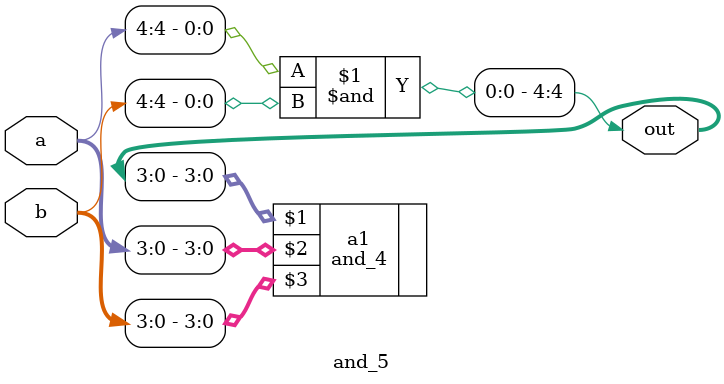
<source format=v>
module and_5(out,a,b);
	input[4:0] a,b;
	output[4:0] out;
	and_4 a1(out[3:0],a[3:0],b[3:0]);
	and a2(out[4],a[4],b[4]);
endmodule

</source>
